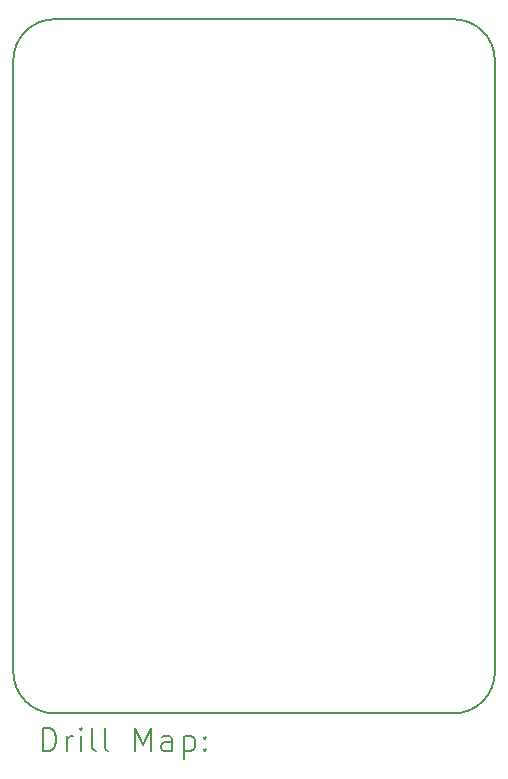
<source format=gbr>
%TF.GenerationSoftware,KiCad,Pcbnew,7.0.7*%
%TF.CreationDate,2023-10-06T20:37:51-05:00*%
%TF.ProjectId,Project_1,50726f6a-6563-4745-9f31-2e6b69636164,rev?*%
%TF.SameCoordinates,Original*%
%TF.FileFunction,Drillmap*%
%TF.FilePolarity,Positive*%
%FSLAX45Y45*%
G04 Gerber Fmt 4.5, Leading zero omitted, Abs format (unit mm)*
G04 Created by KiCad (PCBNEW 7.0.7) date 2023-10-06 20:37:51*
%MOMM*%
%LPD*%
G01*
G04 APERTURE LIST*
%ADD10C,0.200000*%
G04 APERTURE END LIST*
D10*
X10500000Y-11925000D02*
G75*
G03*
X10850000Y-11575000I0J350000D01*
G01*
X7122487Y-6047487D02*
G75*
G03*
X6772487Y-6397487I3J-350003D01*
G01*
X10500000Y-6047487D02*
X7122487Y-6047487D01*
X10850000Y-11575000D02*
X10850000Y-6397487D01*
X6772487Y-11572487D02*
X6772487Y-6397487D01*
X6772490Y-11572487D02*
G75*
G03*
X7125000Y-11925000I352510J-3D01*
G01*
X10500000Y-11925000D02*
X7125000Y-11925000D01*
X10850003Y-6397487D02*
G75*
G03*
X10500000Y-6047487I-350003J-3D01*
G01*
X7023264Y-12246484D02*
X7023264Y-12046484D01*
X7023264Y-12046484D02*
X7070883Y-12046484D01*
X7070883Y-12046484D02*
X7099455Y-12056008D01*
X7099455Y-12056008D02*
X7118502Y-12075055D01*
X7118502Y-12075055D02*
X7128026Y-12094103D01*
X7128026Y-12094103D02*
X7137550Y-12132198D01*
X7137550Y-12132198D02*
X7137550Y-12160769D01*
X7137550Y-12160769D02*
X7128026Y-12198865D01*
X7128026Y-12198865D02*
X7118502Y-12217912D01*
X7118502Y-12217912D02*
X7099455Y-12236960D01*
X7099455Y-12236960D02*
X7070883Y-12246484D01*
X7070883Y-12246484D02*
X7023264Y-12246484D01*
X7223264Y-12246484D02*
X7223264Y-12113150D01*
X7223264Y-12151246D02*
X7232788Y-12132198D01*
X7232788Y-12132198D02*
X7242312Y-12122674D01*
X7242312Y-12122674D02*
X7261359Y-12113150D01*
X7261359Y-12113150D02*
X7280407Y-12113150D01*
X7347074Y-12246484D02*
X7347074Y-12113150D01*
X7347074Y-12046484D02*
X7337550Y-12056008D01*
X7337550Y-12056008D02*
X7347074Y-12065531D01*
X7347074Y-12065531D02*
X7356597Y-12056008D01*
X7356597Y-12056008D02*
X7347074Y-12046484D01*
X7347074Y-12046484D02*
X7347074Y-12065531D01*
X7470883Y-12246484D02*
X7451835Y-12236960D01*
X7451835Y-12236960D02*
X7442312Y-12217912D01*
X7442312Y-12217912D02*
X7442312Y-12046484D01*
X7575645Y-12246484D02*
X7556597Y-12236960D01*
X7556597Y-12236960D02*
X7547074Y-12217912D01*
X7547074Y-12217912D02*
X7547074Y-12046484D01*
X7804216Y-12246484D02*
X7804216Y-12046484D01*
X7804216Y-12046484D02*
X7870883Y-12189341D01*
X7870883Y-12189341D02*
X7937550Y-12046484D01*
X7937550Y-12046484D02*
X7937550Y-12246484D01*
X8118502Y-12246484D02*
X8118502Y-12141722D01*
X8118502Y-12141722D02*
X8108978Y-12122674D01*
X8108978Y-12122674D02*
X8089931Y-12113150D01*
X8089931Y-12113150D02*
X8051835Y-12113150D01*
X8051835Y-12113150D02*
X8032788Y-12122674D01*
X8118502Y-12236960D02*
X8099455Y-12246484D01*
X8099455Y-12246484D02*
X8051835Y-12246484D01*
X8051835Y-12246484D02*
X8032788Y-12236960D01*
X8032788Y-12236960D02*
X8023264Y-12217912D01*
X8023264Y-12217912D02*
X8023264Y-12198865D01*
X8023264Y-12198865D02*
X8032788Y-12179817D01*
X8032788Y-12179817D02*
X8051835Y-12170293D01*
X8051835Y-12170293D02*
X8099455Y-12170293D01*
X8099455Y-12170293D02*
X8118502Y-12160769D01*
X8213740Y-12113150D02*
X8213740Y-12313150D01*
X8213740Y-12122674D02*
X8232788Y-12113150D01*
X8232788Y-12113150D02*
X8270883Y-12113150D01*
X8270883Y-12113150D02*
X8289931Y-12122674D01*
X8289931Y-12122674D02*
X8299455Y-12132198D01*
X8299455Y-12132198D02*
X8308978Y-12151246D01*
X8308978Y-12151246D02*
X8308978Y-12208388D01*
X8308978Y-12208388D02*
X8299455Y-12227436D01*
X8299455Y-12227436D02*
X8289931Y-12236960D01*
X8289931Y-12236960D02*
X8270883Y-12246484D01*
X8270883Y-12246484D02*
X8232788Y-12246484D01*
X8232788Y-12246484D02*
X8213740Y-12236960D01*
X8394693Y-12227436D02*
X8404217Y-12236960D01*
X8404217Y-12236960D02*
X8394693Y-12246484D01*
X8394693Y-12246484D02*
X8385169Y-12236960D01*
X8385169Y-12236960D02*
X8394693Y-12227436D01*
X8394693Y-12227436D02*
X8394693Y-12246484D01*
X8394693Y-12122674D02*
X8404217Y-12132198D01*
X8404217Y-12132198D02*
X8394693Y-12141722D01*
X8394693Y-12141722D02*
X8385169Y-12132198D01*
X8385169Y-12132198D02*
X8394693Y-12122674D01*
X8394693Y-12122674D02*
X8394693Y-12141722D01*
M02*

</source>
